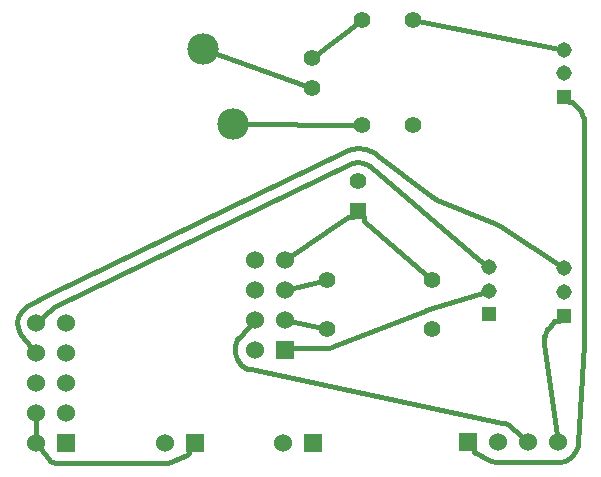
<source format=gtl>
G04 (created by PCBNEW (2013-jul-07)-stable) date jeu. 28 mai 2020 22:11:48 IST*
%MOIN*%
G04 Gerber Fmt 3.4, Leading zero omitted, Abs format*
%FSLAX34Y34*%
G01*
G70*
G90*
G04 APERTURE LIST*
%ADD10C,0.00590551*%
%ADD11R,0.06X0.06*%
%ADD12C,0.06*%
%ADD13C,0.055*%
%ADD14R,0.055X0.055*%
%ADD15C,0.105*%
%ADD16R,0.0514961X0.0514961*%
%ADD17C,0.0514961*%
%ADD18C,0.018*%
G04 APERTURE END LIST*
G54D10*
G54D11*
X1956Y-14952D03*
G54D12*
X956Y-14952D03*
X1956Y-13952D03*
X956Y-13952D03*
X1956Y-12952D03*
X956Y-12952D03*
X1956Y-11952D03*
X956Y-11952D03*
X1956Y-10952D03*
X956Y-10952D03*
G54D11*
X9240Y-11854D03*
G54D12*
X8240Y-11854D03*
X9240Y-10854D03*
X8240Y-10854D03*
X9240Y-9854D03*
X8240Y-9854D03*
X9240Y-8854D03*
X8240Y-8854D03*
G54D13*
X13503Y-4348D03*
X13503Y-848D03*
X14151Y-11141D03*
X10651Y-11141D03*
X14151Y-9527D03*
X10651Y-9527D03*
G54D14*
X11692Y-7232D03*
G54D13*
X11692Y-6232D03*
G54D11*
X15350Y-14921D03*
G54D12*
X16350Y-14921D03*
X17350Y-14921D03*
X18350Y-14921D03*
G54D11*
X6248Y-14960D03*
G54D12*
X5248Y-14960D03*
G54D11*
X10185Y-14960D03*
G54D12*
X9185Y-14960D03*
G54D15*
X7511Y-4307D03*
X6511Y-1807D03*
G54D16*
X18543Y-10708D03*
G54D17*
X18543Y-9921D03*
X18543Y-9133D03*
G54D16*
X16062Y-10669D03*
G54D17*
X16062Y-9881D03*
X16062Y-9094D03*
G54D16*
X18543Y-3425D03*
G54D17*
X18543Y-2637D03*
X18543Y-1850D03*
G54D13*
X11811Y-848D03*
X11811Y-4348D03*
X10157Y-3137D03*
X10157Y-2137D03*
G54D18*
X11507Y-7417D02*
X11692Y-7232D01*
X11417Y-7417D02*
X11507Y-7417D01*
X11379Y-7425D02*
X11367Y-7432D01*
X11404Y-7417D02*
X11379Y-7425D01*
X11417Y-7417D02*
X11404Y-7417D01*
X9240Y-8854D02*
X11367Y-7432D01*
X11877Y-7417D02*
X11692Y-7232D01*
X11877Y-7507D02*
X11877Y-7417D01*
X11894Y-7562D02*
X11908Y-7575D01*
X11877Y-7526D02*
X11894Y-7562D01*
X11877Y-7507D02*
X11877Y-7526D01*
X14151Y-9527D02*
X11908Y-7575D01*
X7511Y-4307D02*
X11811Y-4348D01*
X7744Y-11418D02*
X8240Y-10854D01*
X7990Y-12476D02*
X8103Y-12500D01*
X7793Y-12353D02*
X7990Y-12476D01*
X7650Y-12171D02*
X7793Y-12353D01*
X7577Y-11952D02*
X7650Y-12171D01*
X7583Y-11720D02*
X7577Y-11952D01*
X7668Y-11505D02*
X7583Y-11720D01*
X7744Y-11418D02*
X7668Y-11505D01*
X16487Y-14275D02*
X8103Y-12500D01*
X16570Y-14293D02*
X16487Y-14275D01*
X16722Y-14369D02*
X16570Y-14293D01*
X16786Y-14425D02*
X16722Y-14369D01*
X17350Y-14921D02*
X16786Y-14425D01*
X956Y-13952D02*
X956Y-14952D01*
X1375Y-15477D02*
X956Y-14952D01*
X1574Y-15612D02*
X1655Y-15612D01*
X1426Y-15541D02*
X1574Y-15612D01*
X1375Y-15477D02*
X1426Y-15541D01*
X5246Y-15620D02*
X1655Y-15612D01*
X5462Y-15589D02*
X5529Y-15557D01*
X5319Y-15620D02*
X5462Y-15589D01*
X5246Y-15620D02*
X5319Y-15620D01*
X5986Y-15342D02*
X5529Y-15557D01*
X6037Y-15286D02*
X6038Y-15260D01*
X6010Y-15330D02*
X6037Y-15286D01*
X5986Y-15342D02*
X6010Y-15330D01*
X6038Y-15170D02*
X6038Y-15260D01*
X6248Y-14960D02*
X6038Y-15170D01*
X10651Y-9527D02*
X9240Y-9854D01*
X6511Y-1807D02*
X10157Y-3137D01*
X10157Y-2137D02*
X11811Y-848D01*
X18710Y-3592D02*
X18543Y-3425D01*
X18800Y-3592D02*
X18710Y-3592D01*
X18819Y-3592D02*
X18800Y-3592D01*
X18852Y-3606D02*
X18819Y-3592D01*
X18865Y-3620D02*
X18852Y-3606D01*
X19093Y-3855D02*
X18865Y-3620D01*
X19098Y-3861D02*
X19093Y-3855D01*
X19108Y-3876D02*
X19098Y-3861D01*
X19111Y-3883D02*
X19108Y-3876D01*
X19124Y-3915D02*
X19111Y-3883D01*
X19124Y-3915D02*
X19124Y-3915D01*
X19197Y-4091D02*
X19124Y-3915D01*
X19200Y-4099D02*
X19197Y-4091D01*
X19204Y-4116D02*
X19200Y-4099D01*
X19204Y-4125D02*
X19204Y-4116D01*
X19217Y-11412D02*
X19204Y-4125D01*
X19217Y-11412D02*
X19217Y-11412D01*
X19217Y-11639D02*
X19217Y-11412D01*
X19217Y-11645D02*
X19217Y-11639D01*
X19009Y-14962D02*
X19217Y-11645D01*
X19003Y-15045D02*
X19009Y-14962D01*
X18952Y-15204D02*
X19003Y-15045D01*
X18862Y-15345D02*
X18952Y-15204D01*
X18741Y-15459D02*
X18862Y-15345D01*
X18595Y-15539D02*
X18741Y-15459D01*
X18433Y-15581D02*
X18595Y-15539D01*
X18350Y-15581D02*
X18433Y-15581D01*
X16350Y-15581D02*
X18350Y-15581D01*
X16276Y-15581D02*
X16350Y-15581D01*
X16134Y-15549D02*
X16276Y-15581D01*
X16068Y-15518D02*
X16134Y-15549D01*
X15611Y-15302D02*
X16068Y-15518D01*
X15588Y-15291D02*
X15611Y-15302D01*
X15560Y-15247D02*
X15588Y-15291D01*
X15560Y-15221D02*
X15560Y-15247D01*
X15560Y-15131D02*
X15560Y-15221D01*
X15350Y-14921D02*
X15560Y-15131D01*
X18543Y-1850D02*
X13503Y-848D01*
X9450Y-11776D02*
X9240Y-11854D01*
X9540Y-11776D02*
X9450Y-11776D01*
X10651Y-11776D02*
X9540Y-11776D01*
X10827Y-11754D02*
X10882Y-11733D01*
X10710Y-11776D02*
X10827Y-11754D01*
X10651Y-11776D02*
X10710Y-11776D01*
X13921Y-10549D02*
X10882Y-11733D01*
X13962Y-10535D02*
X13921Y-10549D01*
X16062Y-9881D02*
X13962Y-10535D01*
X1521Y-10456D02*
X956Y-10952D01*
X1554Y-10427D02*
X1521Y-10456D01*
X1629Y-10377D02*
X1554Y-10427D01*
X1670Y-10358D02*
X1629Y-10377D01*
X11417Y-5660D02*
X1670Y-10358D01*
X11500Y-5620D02*
X11417Y-5660D01*
X11683Y-5590D02*
X11500Y-5620D01*
X11865Y-5614D02*
X11683Y-5590D01*
X12035Y-5689D02*
X11865Y-5614D01*
X12105Y-5749D02*
X12035Y-5689D01*
X15690Y-8814D02*
X12105Y-5749D01*
X15690Y-8814D02*
X15694Y-8818D01*
X16062Y-9094D02*
X15694Y-8818D01*
X467Y-11350D02*
X956Y-11952D01*
X408Y-11277D02*
X467Y-11350D01*
X338Y-11106D02*
X408Y-11277D01*
X320Y-10922D02*
X338Y-11106D01*
X356Y-10739D02*
X320Y-10922D01*
X442Y-10576D02*
X356Y-10739D01*
X572Y-10444D02*
X442Y-10576D01*
X654Y-10399D02*
X572Y-10444D01*
X1424Y-9978D02*
X654Y-10399D01*
X1474Y-9952D02*
X1424Y-9978D01*
X11221Y-5254D02*
X1474Y-9952D01*
X11358Y-5189D02*
X11221Y-5254D01*
X11656Y-5137D02*
X11358Y-5189D01*
X11956Y-5168D02*
X11656Y-5137D01*
X12237Y-5281D02*
X11956Y-5168D01*
X12356Y-5373D02*
X12237Y-5281D01*
X14103Y-6724D02*
X12356Y-5373D01*
X14111Y-6729D02*
X14114Y-6731D01*
X14106Y-6726D02*
X14111Y-6729D01*
X14103Y-6724D02*
X14106Y-6726D01*
X14314Y-6847D02*
X14114Y-6731D01*
X14314Y-6847D02*
X14314Y-6847D01*
X14323Y-6852D02*
X14314Y-6847D01*
X14331Y-6856D02*
X14333Y-6857D01*
X14326Y-6853D02*
X14331Y-6856D01*
X14323Y-6852D02*
X14326Y-6853D01*
X16210Y-7631D02*
X14333Y-6857D01*
X16210Y-7631D02*
X16210Y-7631D01*
X16219Y-7635D02*
X16210Y-7631D01*
X16219Y-7635D02*
X16219Y-7635D01*
X16415Y-7716D02*
X16219Y-7635D01*
X16419Y-7718D02*
X16415Y-7716D01*
X16427Y-7722D02*
X16419Y-7718D01*
X16430Y-7725D02*
X16427Y-7722D01*
X18543Y-9133D02*
X16430Y-7725D01*
X18375Y-10876D02*
X18543Y-10708D01*
X18285Y-10876D02*
X18375Y-10876D01*
X18231Y-10891D02*
X18218Y-10906D01*
X18266Y-10876D02*
X18231Y-10891D01*
X18285Y-10876D02*
X18266Y-10876D01*
X18008Y-11143D02*
X18218Y-10906D01*
X17995Y-11162D02*
X17992Y-11169D01*
X18003Y-11149D02*
X17995Y-11162D01*
X18008Y-11143D02*
X18003Y-11149D01*
X17909Y-11369D02*
X17992Y-11169D01*
X17909Y-11369D02*
X17909Y-11369D01*
X17905Y-11378D02*
X17909Y-11369D01*
X17898Y-11404D02*
X17898Y-11412D01*
X17902Y-11386D02*
X17898Y-11404D01*
X17905Y-11378D02*
X17902Y-11386D01*
X17898Y-11639D02*
X17898Y-11412D01*
X17899Y-11648D02*
X17899Y-11651D01*
X17898Y-11642D02*
X17899Y-11648D01*
X17898Y-11639D02*
X17898Y-11642D01*
X18350Y-14921D02*
X17899Y-11651D01*
X10651Y-11141D02*
X9240Y-10854D01*
M02*

</source>
